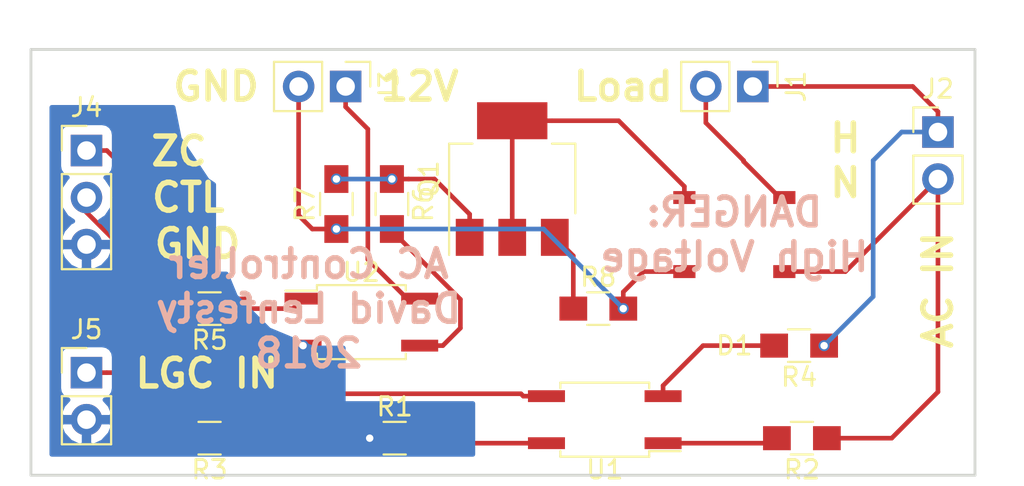
<source format=kicad_pcb>
(kicad_pcb (version 4) (host pcbnew 4.0.7)

  (general
    (links 26)
    (no_connects 0)
    (area 123.452381 82.45238 190.54762 120.625)
    (thickness 1.6)
    (drawings 15)
    (tracks 81)
    (zones 0)
    (modules 17)
    (nets 18)
  )

  (page A4)
  (layers
    (0 F.Cu signal)
    (31 B.Cu signal)
    (32 B.Adhes user)
    (33 F.Adhes user)
    (34 B.Paste user)
    (35 F.Paste user)
    (36 B.SilkS user)
    (37 F.SilkS user)
    (38 B.Mask user)
    (39 F.Mask user)
    (40 Dwgs.User user)
    (41 Cmts.User user)
    (42 Eco1.User user)
    (43 Eco2.User user)
    (44 Edge.Cuts user)
    (45 Margin user)
    (46 B.CrtYd user)
    (47 F.CrtYd user)
    (48 B.Fab user)
    (49 F.Fab user)
  )

  (setup
    (last_trace_width 0.25)
    (trace_clearance 0.2)
    (zone_clearance 0.508)
    (zone_45_only no)
    (trace_min 0.2)
    (segment_width 0.2)
    (edge_width 0.15)
    (via_size 0.6)
    (via_drill 0.4)
    (via_min_size 0.4)
    (via_min_drill 0.3)
    (uvia_size 0.3)
    (uvia_drill 0.1)
    (uvias_allowed no)
    (uvia_min_size 0.2)
    (uvia_min_drill 0.1)
    (pcb_text_width 0.3)
    (pcb_text_size 1.5 1.5)
    (mod_edge_width 0.15)
    (mod_text_size 1 1)
    (mod_text_width 0.15)
    (pad_size 1.524 1.524)
    (pad_drill 0.762)
    (pad_to_mask_clearance 0.2)
    (aux_axis_origin 0 0)
    (visible_elements 7FFFFFFF)
    (pcbplotparams
      (layerselection 0x010f0_80000001)
      (usegerberextensions false)
      (excludeedgelayer true)
      (linewidth 0.100000)
      (plotframeref false)
      (viasonmask false)
      (mode 1)
      (useauxorigin false)
      (hpglpennumber 1)
      (hpglpenspeed 20)
      (hpglpendiameter 15)
      (hpglpenoverlay 2)
      (psnegative false)
      (psa4output false)
      (plotreference true)
      (plotvalue true)
      (plotinvisibletext false)
      (padsonsilk false)
      (subtractmaskfromsilk false)
      (outputformat 1)
      (mirror false)
      (drillshape 0)
      (scaleselection 1)
      (outputdirectory Gerbers/))
  )

  (net 0 "")
  (net 1 "Net-(D1-Pad1)")
  (net 2 "Net-(D1-Pad4)")
  (net 3 +12V)
  (net 4 GNDA)
  (net 5 /Z-Cross)
  (net 6 /IN)
  (net 7 GND)
  (net 8 +LOGIC)
  (net 9 "Net-(Q1-Pad3)")
  (net 10 "Net-(Q1-Pad1)")
  (net 11 "Net-(R1-Pad2)")
  (net 12 "Net-(R2-Pad2)")
  (net 13 "Net-(R4-Pad2)")
  (net 14 "Net-(R5-Pad1)")
  (net 15 "Net-(R6-Pad2)")
  (net 16 /AC-N)
  (net 17 /AC-H)

  (net_class Default "This is the default net class."
    (clearance 0.2)
    (trace_width 0.25)
    (via_dia 0.6)
    (via_drill 0.4)
    (uvia_dia 0.3)
    (uvia_drill 0.1)
    (add_net +12V)
    (add_net +LOGIC)
    (add_net /IN)
    (add_net /Z-Cross)
    (add_net GND)
    (add_net "Net-(Q1-Pad1)")
    (add_net "Net-(Q1-Pad3)")
    (add_net "Net-(R1-Pad2)")
    (add_net "Net-(R5-Pad1)")
    (add_net "Net-(R6-Pad2)")
  )

  (net_class HV ""
    (clearance 6)
    (trace_width 0.25)
    (via_dia 0.6)
    (via_drill 0.4)
    (uvia_dia 0.3)
    (uvia_drill 0.1)
    (add_net /AC-H)
    (add_net /AC-N)
    (add_net GNDA)
    (add_net "Net-(D1-Pad1)")
    (add_net "Net-(D1-Pad4)")
    (add_net "Net-(R2-Pad2)")
    (add_net "Net-(R4-Pad2)")
  )

  (module AC-custom-parts:SOPA-4 (layer F.Cu) (tedit 5AD66DD3) (tstamp 5AD67031)
    (at 169 101)
    (path /5AD65FF1)
    (fp_text reference D1 (at 0 6) (layer F.SilkS)
      (effects (font (size 1 1) (thickness 0.15)))
    )
    (fp_text value D_Bridge_+-AA (at 0 -4) (layer F.Fab)
      (effects (font (size 1 1) (thickness 0.15)))
    )
    (pad 1 smd rect (at -2.7 -2) (size 1.2 0.7) (layers F.Cu F.Paste F.Mask)
      (net 1 "Net-(D1-Pad1)"))
    (pad 2 smd rect (at -2.7 2) (size 1.2 0.7) (layers F.Cu F.Paste F.Mask)
      (net 4 GNDA))
    (pad 3 smd rect (at 2.7 2) (size 1.2 0.7) (layers F.Cu F.Paste F.Mask)
      (net 16 /AC-N))
    (pad 4 smd rect (at 2.7 -2) (size 1.2 0.7) (layers F.Cu F.Paste F.Mask)
      (net 2 "Net-(D1-Pad4)"))
  )

  (module Pin_Headers:Pin_Header_Straight_1x02_Pitch2.54mm (layer F.Cu) (tedit 59650532) (tstamp 5AD67037)
    (at 170 93 270)
    (descr "Through hole straight pin header, 1x02, 2.54mm pitch, single row")
    (tags "Through hole pin header THT 1x02 2.54mm single row")
    (path /5AD66238)
    (fp_text reference J1 (at 0 -2.33 270) (layer F.SilkS)
      (effects (font (size 1 1) (thickness 0.15)))
    )
    (fp_text value Conn_01x02 (at 0 4.87 270) (layer F.Fab)
      (effects (font (size 1 1) (thickness 0.15)))
    )
    (fp_line (start -0.635 -1.27) (end 1.27 -1.27) (layer F.Fab) (width 0.1))
    (fp_line (start 1.27 -1.27) (end 1.27 3.81) (layer F.Fab) (width 0.1))
    (fp_line (start 1.27 3.81) (end -1.27 3.81) (layer F.Fab) (width 0.1))
    (fp_line (start -1.27 3.81) (end -1.27 -0.635) (layer F.Fab) (width 0.1))
    (fp_line (start -1.27 -0.635) (end -0.635 -1.27) (layer F.Fab) (width 0.1))
    (fp_line (start -1.33 3.87) (end 1.33 3.87) (layer F.SilkS) (width 0.12))
    (fp_line (start -1.33 1.27) (end -1.33 3.87) (layer F.SilkS) (width 0.12))
    (fp_line (start 1.33 1.27) (end 1.33 3.87) (layer F.SilkS) (width 0.12))
    (fp_line (start -1.33 1.27) (end 1.33 1.27) (layer F.SilkS) (width 0.12))
    (fp_line (start -1.33 0) (end -1.33 -1.33) (layer F.SilkS) (width 0.12))
    (fp_line (start -1.33 -1.33) (end 0 -1.33) (layer F.SilkS) (width 0.12))
    (fp_line (start -1.8 -1.8) (end -1.8 4.35) (layer F.CrtYd) (width 0.05))
    (fp_line (start -1.8 4.35) (end 1.8 4.35) (layer F.CrtYd) (width 0.05))
    (fp_line (start 1.8 4.35) (end 1.8 -1.8) (layer F.CrtYd) (width 0.05))
    (fp_line (start 1.8 -1.8) (end -1.8 -1.8) (layer F.CrtYd) (width 0.05))
    (fp_text user %R (at 0 1.27 360) (layer F.Fab)
      (effects (font (size 1 1) (thickness 0.15)))
    )
    (pad 1 thru_hole rect (at 0 0 270) (size 1.7 1.7) (drill 1) (layers *.Cu *.Mask)
      (net 17 /AC-H))
    (pad 2 thru_hole oval (at 0 2.54 270) (size 1.7 1.7) (drill 1) (layers *.Cu *.Mask)
      (net 2 "Net-(D1-Pad4)"))
    (model ${KISYS3DMOD}/Pin_Headers.3dshapes/Pin_Header_Straight_1x02_Pitch2.54mm.wrl
      (at (xyz 0 0 0))
      (scale (xyz 1 1 1))
      (rotate (xyz 0 0 0))
    )
  )

  (module Pin_Headers:Pin_Header_Straight_1x02_Pitch2.54mm (layer F.Cu) (tedit 59650532) (tstamp 5AD6703D)
    (at 180 95.46)
    (descr "Through hole straight pin header, 1x02, 2.54mm pitch, single row")
    (tags "Through hole pin header THT 1x02 2.54mm single row")
    (path /5AD66086)
    (fp_text reference J2 (at 0 -2.33) (layer F.SilkS)
      (effects (font (size 1 1) (thickness 0.15)))
    )
    (fp_text value Conn_01x02 (at 0 4.87) (layer F.Fab)
      (effects (font (size 1 1) (thickness 0.15)))
    )
    (fp_line (start -0.635 -1.27) (end 1.27 -1.27) (layer F.Fab) (width 0.1))
    (fp_line (start 1.27 -1.27) (end 1.27 3.81) (layer F.Fab) (width 0.1))
    (fp_line (start 1.27 3.81) (end -1.27 3.81) (layer F.Fab) (width 0.1))
    (fp_line (start -1.27 3.81) (end -1.27 -0.635) (layer F.Fab) (width 0.1))
    (fp_line (start -1.27 -0.635) (end -0.635 -1.27) (layer F.Fab) (width 0.1))
    (fp_line (start -1.33 3.87) (end 1.33 3.87) (layer F.SilkS) (width 0.12))
    (fp_line (start -1.33 1.27) (end -1.33 3.87) (layer F.SilkS) (width 0.12))
    (fp_line (start 1.33 1.27) (end 1.33 3.87) (layer F.SilkS) (width 0.12))
    (fp_line (start -1.33 1.27) (end 1.33 1.27) (layer F.SilkS) (width 0.12))
    (fp_line (start -1.33 0) (end -1.33 -1.33) (layer F.SilkS) (width 0.12))
    (fp_line (start -1.33 -1.33) (end 0 -1.33) (layer F.SilkS) (width 0.12))
    (fp_line (start -1.8 -1.8) (end -1.8 4.35) (layer F.CrtYd) (width 0.05))
    (fp_line (start -1.8 4.35) (end 1.8 4.35) (layer F.CrtYd) (width 0.05))
    (fp_line (start 1.8 4.35) (end 1.8 -1.8) (layer F.CrtYd) (width 0.05))
    (fp_line (start 1.8 -1.8) (end -1.8 -1.8) (layer F.CrtYd) (width 0.05))
    (fp_text user %R (at 0 1.27 90) (layer F.Fab)
      (effects (font (size 1 1) (thickness 0.15)))
    )
    (pad 1 thru_hole rect (at 0 0) (size 1.7 1.7) (drill 1) (layers *.Cu *.Mask)
      (net 17 /AC-H))
    (pad 2 thru_hole oval (at 0 2.54) (size 1.7 1.7) (drill 1) (layers *.Cu *.Mask)
      (net 16 /AC-N))
    (model ${KISYS3DMOD}/Pin_Headers.3dshapes/Pin_Header_Straight_1x02_Pitch2.54mm.wrl
      (at (xyz 0 0 0))
      (scale (xyz 1 1 1))
      (rotate (xyz 0 0 0))
    )
  )

  (module Pin_Headers:Pin_Header_Straight_1x02_Pitch2.54mm (layer F.Cu) (tedit 59650532) (tstamp 5AD67043)
    (at 148 93 270)
    (descr "Through hole straight pin header, 1x02, 2.54mm pitch, single row")
    (tags "Through hole pin header THT 1x02 2.54mm single row")
    (path /5AD6712E)
    (fp_text reference J3 (at 0 -2.33 270) (layer F.SilkS)
      (effects (font (size 1 1) (thickness 0.15)))
    )
    (fp_text value Conn_01x02 (at 0 4.87 270) (layer F.Fab)
      (effects (font (size 1 1) (thickness 0.15)))
    )
    (fp_line (start -0.635 -1.27) (end 1.27 -1.27) (layer F.Fab) (width 0.1))
    (fp_line (start 1.27 -1.27) (end 1.27 3.81) (layer F.Fab) (width 0.1))
    (fp_line (start 1.27 3.81) (end -1.27 3.81) (layer F.Fab) (width 0.1))
    (fp_line (start -1.27 3.81) (end -1.27 -0.635) (layer F.Fab) (width 0.1))
    (fp_line (start -1.27 -0.635) (end -0.635 -1.27) (layer F.Fab) (width 0.1))
    (fp_line (start -1.33 3.87) (end 1.33 3.87) (layer F.SilkS) (width 0.12))
    (fp_line (start -1.33 1.27) (end -1.33 3.87) (layer F.SilkS) (width 0.12))
    (fp_line (start 1.33 1.27) (end 1.33 3.87) (layer F.SilkS) (width 0.12))
    (fp_line (start -1.33 1.27) (end 1.33 1.27) (layer F.SilkS) (width 0.12))
    (fp_line (start -1.33 0) (end -1.33 -1.33) (layer F.SilkS) (width 0.12))
    (fp_line (start -1.33 -1.33) (end 0 -1.33) (layer F.SilkS) (width 0.12))
    (fp_line (start -1.8 -1.8) (end -1.8 4.35) (layer F.CrtYd) (width 0.05))
    (fp_line (start -1.8 4.35) (end 1.8 4.35) (layer F.CrtYd) (width 0.05))
    (fp_line (start 1.8 4.35) (end 1.8 -1.8) (layer F.CrtYd) (width 0.05))
    (fp_line (start 1.8 -1.8) (end -1.8 -1.8) (layer F.CrtYd) (width 0.05))
    (fp_text user %R (at 0 1.27 360) (layer F.Fab)
      (effects (font (size 1 1) (thickness 0.15)))
    )
    (pad 1 thru_hole rect (at 0 0 270) (size 1.7 1.7) (drill 1) (layers *.Cu *.Mask)
      (net 3 +12V))
    (pad 2 thru_hole oval (at 0 2.54 270) (size 1.7 1.7) (drill 1) (layers *.Cu *.Mask)
      (net 4 GNDA))
    (model ${KISYS3DMOD}/Pin_Headers.3dshapes/Pin_Header_Straight_1x02_Pitch2.54mm.wrl
      (at (xyz 0 0 0))
      (scale (xyz 1 1 1))
      (rotate (xyz 0 0 0))
    )
  )

  (module Pin_Headers:Pin_Header_Straight_1x03_Pitch2.54mm (layer F.Cu) (tedit 59650532) (tstamp 5AD6704A)
    (at 134 96.46)
    (descr "Through hole straight pin header, 1x03, 2.54mm pitch, single row")
    (tags "Through hole pin header THT 1x03 2.54mm single row")
    (path /5AD665C2)
    (fp_text reference J4 (at 0 -2.33) (layer F.SilkS)
      (effects (font (size 1 1) (thickness 0.15)))
    )
    (fp_text value Conn_01x03 (at 0 7.41) (layer F.Fab)
      (effects (font (size 1 1) (thickness 0.15)))
    )
    (fp_line (start -0.635 -1.27) (end 1.27 -1.27) (layer F.Fab) (width 0.1))
    (fp_line (start 1.27 -1.27) (end 1.27 6.35) (layer F.Fab) (width 0.1))
    (fp_line (start 1.27 6.35) (end -1.27 6.35) (layer F.Fab) (width 0.1))
    (fp_line (start -1.27 6.35) (end -1.27 -0.635) (layer F.Fab) (width 0.1))
    (fp_line (start -1.27 -0.635) (end -0.635 -1.27) (layer F.Fab) (width 0.1))
    (fp_line (start -1.33 6.41) (end 1.33 6.41) (layer F.SilkS) (width 0.12))
    (fp_line (start -1.33 1.27) (end -1.33 6.41) (layer F.SilkS) (width 0.12))
    (fp_line (start 1.33 1.27) (end 1.33 6.41) (layer F.SilkS) (width 0.12))
    (fp_line (start -1.33 1.27) (end 1.33 1.27) (layer F.SilkS) (width 0.12))
    (fp_line (start -1.33 0) (end -1.33 -1.33) (layer F.SilkS) (width 0.12))
    (fp_line (start -1.33 -1.33) (end 0 -1.33) (layer F.SilkS) (width 0.12))
    (fp_line (start -1.8 -1.8) (end -1.8 6.85) (layer F.CrtYd) (width 0.05))
    (fp_line (start -1.8 6.85) (end 1.8 6.85) (layer F.CrtYd) (width 0.05))
    (fp_line (start 1.8 6.85) (end 1.8 -1.8) (layer F.CrtYd) (width 0.05))
    (fp_line (start 1.8 -1.8) (end -1.8 -1.8) (layer F.CrtYd) (width 0.05))
    (fp_text user %R (at 0 2.54 90) (layer F.Fab)
      (effects (font (size 1 1) (thickness 0.15)))
    )
    (pad 1 thru_hole rect (at 0 0) (size 1.7 1.7) (drill 1) (layers *.Cu *.Mask)
      (net 5 /Z-Cross))
    (pad 2 thru_hole oval (at 0 2.54) (size 1.7 1.7) (drill 1) (layers *.Cu *.Mask)
      (net 6 /IN))
    (pad 3 thru_hole oval (at 0 5.08) (size 1.7 1.7) (drill 1) (layers *.Cu *.Mask)
      (net 7 GND))
    (model ${KISYS3DMOD}/Pin_Headers.3dshapes/Pin_Header_Straight_1x03_Pitch2.54mm.wrl
      (at (xyz 0 0 0))
      (scale (xyz 1 1 1))
      (rotate (xyz 0 0 0))
    )
  )

  (module Pin_Headers:Pin_Header_Straight_1x02_Pitch2.54mm (layer F.Cu) (tedit 59650532) (tstamp 5AD67050)
    (at 134 108.46)
    (descr "Through hole straight pin header, 1x02, 2.54mm pitch, single row")
    (tags "Through hole pin header THT 1x02 2.54mm single row")
    (path /5AD6719E)
    (fp_text reference J5 (at 0 -2.33) (layer F.SilkS)
      (effects (font (size 1 1) (thickness 0.15)))
    )
    (fp_text value Conn_01x02 (at 0 4.87) (layer F.Fab)
      (effects (font (size 1 1) (thickness 0.15)))
    )
    (fp_line (start -0.635 -1.27) (end 1.27 -1.27) (layer F.Fab) (width 0.1))
    (fp_line (start 1.27 -1.27) (end 1.27 3.81) (layer F.Fab) (width 0.1))
    (fp_line (start 1.27 3.81) (end -1.27 3.81) (layer F.Fab) (width 0.1))
    (fp_line (start -1.27 3.81) (end -1.27 -0.635) (layer F.Fab) (width 0.1))
    (fp_line (start -1.27 -0.635) (end -0.635 -1.27) (layer F.Fab) (width 0.1))
    (fp_line (start -1.33 3.87) (end 1.33 3.87) (layer F.SilkS) (width 0.12))
    (fp_line (start -1.33 1.27) (end -1.33 3.87) (layer F.SilkS) (width 0.12))
    (fp_line (start 1.33 1.27) (end 1.33 3.87) (layer F.SilkS) (width 0.12))
    (fp_line (start -1.33 1.27) (end 1.33 1.27) (layer F.SilkS) (width 0.12))
    (fp_line (start -1.33 0) (end -1.33 -1.33) (layer F.SilkS) (width 0.12))
    (fp_line (start -1.33 -1.33) (end 0 -1.33) (layer F.SilkS) (width 0.12))
    (fp_line (start -1.8 -1.8) (end -1.8 4.35) (layer F.CrtYd) (width 0.05))
    (fp_line (start -1.8 4.35) (end 1.8 4.35) (layer F.CrtYd) (width 0.05))
    (fp_line (start 1.8 4.35) (end 1.8 -1.8) (layer F.CrtYd) (width 0.05))
    (fp_line (start 1.8 -1.8) (end -1.8 -1.8) (layer F.CrtYd) (width 0.05))
    (fp_text user %R (at 0 1.27 90) (layer F.Fab)
      (effects (font (size 1 1) (thickness 0.15)))
    )
    (pad 1 thru_hole rect (at 0 0) (size 1.7 1.7) (drill 1) (layers *.Cu *.Mask)
      (net 8 +LOGIC))
    (pad 2 thru_hole oval (at 0 2.54) (size 1.7 1.7) (drill 1) (layers *.Cu *.Mask)
      (net 7 GND))
    (model ${KISYS3DMOD}/Pin_Headers.3dshapes/Pin_Header_Straight_1x02_Pitch2.54mm.wrl
      (at (xyz 0 0 0))
      (scale (xyz 1 1 1))
      (rotate (xyz 0 0 0))
    )
  )

  (module TO_SOT_Packages_SMD:SOT-223 (layer F.Cu) (tedit 58CE4E7E) (tstamp 5AD67058)
    (at 157 98 90)
    (descr "module CMS SOT223 4 pins")
    (tags "CMS SOT")
    (path /5AD65F57)
    (attr smd)
    (fp_text reference Q1 (at 0 -4.5 90) (layer F.SilkS)
      (effects (font (size 1 1) (thickness 0.15)))
    )
    (fp_text value Q_NMOS_GDSD (at 0 4.5 90) (layer F.Fab)
      (effects (font (size 1 1) (thickness 0.15)))
    )
    (fp_text user %R (at 0 0 180) (layer F.Fab)
      (effects (font (size 0.8 0.8) (thickness 0.12)))
    )
    (fp_line (start -1.85 -2.3) (end -0.8 -3.35) (layer F.Fab) (width 0.1))
    (fp_line (start 1.91 3.41) (end 1.91 2.15) (layer F.SilkS) (width 0.12))
    (fp_line (start 1.91 -3.41) (end 1.91 -2.15) (layer F.SilkS) (width 0.12))
    (fp_line (start 4.4 -3.6) (end -4.4 -3.6) (layer F.CrtYd) (width 0.05))
    (fp_line (start 4.4 3.6) (end 4.4 -3.6) (layer F.CrtYd) (width 0.05))
    (fp_line (start -4.4 3.6) (end 4.4 3.6) (layer F.CrtYd) (width 0.05))
    (fp_line (start -4.4 -3.6) (end -4.4 3.6) (layer F.CrtYd) (width 0.05))
    (fp_line (start -1.85 -2.3) (end -1.85 3.35) (layer F.Fab) (width 0.1))
    (fp_line (start -1.85 3.41) (end 1.91 3.41) (layer F.SilkS) (width 0.12))
    (fp_line (start -0.8 -3.35) (end 1.85 -3.35) (layer F.Fab) (width 0.1))
    (fp_line (start -4.1 -3.41) (end 1.91 -3.41) (layer F.SilkS) (width 0.12))
    (fp_line (start -1.85 3.35) (end 1.85 3.35) (layer F.Fab) (width 0.1))
    (fp_line (start 1.85 -3.35) (end 1.85 3.35) (layer F.Fab) (width 0.1))
    (pad 4 smd rect (at 3.15 0 90) (size 2 3.8) (layers F.Cu F.Paste F.Mask)
      (net 1 "Net-(D1-Pad1)"))
    (pad 2 smd rect (at -3.15 0 90) (size 2 1.5) (layers F.Cu F.Paste F.Mask)
      (net 1 "Net-(D1-Pad1)"))
    (pad 3 smd rect (at -3.15 2.3 90) (size 2 1.5) (layers F.Cu F.Paste F.Mask)
      (net 9 "Net-(Q1-Pad3)"))
    (pad 1 smd rect (at -3.15 -2.3 90) (size 2 1.5) (layers F.Cu F.Paste F.Mask)
      (net 10 "Net-(Q1-Pad1)"))
    (model ${KISYS3DMOD}/TO_SOT_Packages_SMD.3dshapes/SOT-223.wrl
      (at (xyz 0 0 0))
      (scale (xyz 1 1 1))
      (rotate (xyz 0 0 0))
    )
  )

  (module Resistors_SMD:R_0805_HandSoldering (layer F.Cu) (tedit 58E0A804) (tstamp 5AD6705E)
    (at 150.65 112)
    (descr "Resistor SMD 0805, hand soldering")
    (tags "resistor 0805")
    (path /5AD66C65)
    (attr smd)
    (fp_text reference R1 (at 0 -1.7) (layer F.SilkS)
      (effects (font (size 1 1) (thickness 0.15)))
    )
    (fp_text value 1K (at 0 1.75) (layer F.Fab)
      (effects (font (size 1 1) (thickness 0.15)))
    )
    (fp_text user %R (at 0 0) (layer F.Fab)
      (effects (font (size 0.5 0.5) (thickness 0.075)))
    )
    (fp_line (start -1 0.62) (end -1 -0.62) (layer F.Fab) (width 0.1))
    (fp_line (start 1 0.62) (end -1 0.62) (layer F.Fab) (width 0.1))
    (fp_line (start 1 -0.62) (end 1 0.62) (layer F.Fab) (width 0.1))
    (fp_line (start -1 -0.62) (end 1 -0.62) (layer F.Fab) (width 0.1))
    (fp_line (start 0.6 0.88) (end -0.6 0.88) (layer F.SilkS) (width 0.12))
    (fp_line (start -0.6 -0.88) (end 0.6 -0.88) (layer F.SilkS) (width 0.12))
    (fp_line (start -2.35 -0.9) (end 2.35 -0.9) (layer F.CrtYd) (width 0.05))
    (fp_line (start -2.35 -0.9) (end -2.35 0.9) (layer F.CrtYd) (width 0.05))
    (fp_line (start 2.35 0.9) (end 2.35 -0.9) (layer F.CrtYd) (width 0.05))
    (fp_line (start 2.35 0.9) (end -2.35 0.9) (layer F.CrtYd) (width 0.05))
    (pad 1 smd rect (at -1.35 0) (size 1.5 1.3) (layers F.Cu F.Paste F.Mask)
      (net 7 GND))
    (pad 2 smd rect (at 1.35 0) (size 1.5 1.3) (layers F.Cu F.Paste F.Mask)
      (net 11 "Net-(R1-Pad2)"))
    (model ${KISYS3DMOD}/Resistors_SMD.3dshapes/R_0805.wrl
      (at (xyz 0 0 0))
      (scale (xyz 1 1 1))
      (rotate (xyz 0 0 0))
    )
  )

  (module Resistors_SMD:R_0805_HandSoldering (layer F.Cu) (tedit 58E0A804) (tstamp 5AD67064)
    (at 172.65 112 180)
    (descr "Resistor SMD 0805, hand soldering")
    (tags "resistor 0805")
    (path /5AD67703)
    (attr smd)
    (fp_text reference R2 (at 0 -1.7 180) (layer F.SilkS)
      (effects (font (size 1 1) (thickness 0.15)))
    )
    (fp_text value 220K (at 0 1.75 180) (layer F.Fab)
      (effects (font (size 1 1) (thickness 0.15)))
    )
    (fp_text user %R (at 0 0 180) (layer F.Fab)
      (effects (font (size 0.5 0.5) (thickness 0.075)))
    )
    (fp_line (start -1 0.62) (end -1 -0.62) (layer F.Fab) (width 0.1))
    (fp_line (start 1 0.62) (end -1 0.62) (layer F.Fab) (width 0.1))
    (fp_line (start 1 -0.62) (end 1 0.62) (layer F.Fab) (width 0.1))
    (fp_line (start -1 -0.62) (end 1 -0.62) (layer F.Fab) (width 0.1))
    (fp_line (start 0.6 0.88) (end -0.6 0.88) (layer F.SilkS) (width 0.12))
    (fp_line (start -0.6 -0.88) (end 0.6 -0.88) (layer F.SilkS) (width 0.12))
    (fp_line (start -2.35 -0.9) (end 2.35 -0.9) (layer F.CrtYd) (width 0.05))
    (fp_line (start -2.35 -0.9) (end -2.35 0.9) (layer F.CrtYd) (width 0.05))
    (fp_line (start 2.35 0.9) (end 2.35 -0.9) (layer F.CrtYd) (width 0.05))
    (fp_line (start 2.35 0.9) (end -2.35 0.9) (layer F.CrtYd) (width 0.05))
    (pad 1 smd rect (at -1.35 0 180) (size 1.5 1.3) (layers F.Cu F.Paste F.Mask)
      (net 16 /AC-N))
    (pad 2 smd rect (at 1.35 0 180) (size 1.5 1.3) (layers F.Cu F.Paste F.Mask)
      (net 12 "Net-(R2-Pad2)"))
    (model ${KISYS3DMOD}/Resistors_SMD.3dshapes/R_0805.wrl
      (at (xyz 0 0 0))
      (scale (xyz 1 1 1))
      (rotate (xyz 0 0 0))
    )
  )

  (module Resistors_SMD:R_0805_HandSoldering (layer F.Cu) (tedit 58E0A804) (tstamp 5AD6706A)
    (at 140.65 112 180)
    (descr "Resistor SMD 0805, hand soldering")
    (tags "resistor 0805")
    (path /5AD66D32)
    (attr smd)
    (fp_text reference R3 (at 0 -1.7 180) (layer F.SilkS)
      (effects (font (size 1 1) (thickness 0.15)))
    )
    (fp_text value 10K (at 0 1.75 180) (layer F.Fab)
      (effects (font (size 1 1) (thickness 0.15)))
    )
    (fp_text user %R (at 0 0 180) (layer F.Fab)
      (effects (font (size 0.5 0.5) (thickness 0.075)))
    )
    (fp_line (start -1 0.62) (end -1 -0.62) (layer F.Fab) (width 0.1))
    (fp_line (start 1 0.62) (end -1 0.62) (layer F.Fab) (width 0.1))
    (fp_line (start 1 -0.62) (end 1 0.62) (layer F.Fab) (width 0.1))
    (fp_line (start -1 -0.62) (end 1 -0.62) (layer F.Fab) (width 0.1))
    (fp_line (start 0.6 0.88) (end -0.6 0.88) (layer F.SilkS) (width 0.12))
    (fp_line (start -0.6 -0.88) (end 0.6 -0.88) (layer F.SilkS) (width 0.12))
    (fp_line (start -2.35 -0.9) (end 2.35 -0.9) (layer F.CrtYd) (width 0.05))
    (fp_line (start -2.35 -0.9) (end -2.35 0.9) (layer F.CrtYd) (width 0.05))
    (fp_line (start 2.35 0.9) (end 2.35 -0.9) (layer F.CrtYd) (width 0.05))
    (fp_line (start 2.35 0.9) (end -2.35 0.9) (layer F.CrtYd) (width 0.05))
    (pad 1 smd rect (at -1.35 0 180) (size 1.5 1.3) (layers F.Cu F.Paste F.Mask)
      (net 5 /Z-Cross))
    (pad 2 smd rect (at 1.35 0 180) (size 1.5 1.3) (layers F.Cu F.Paste F.Mask)
      (net 8 +LOGIC))
    (model ${KISYS3DMOD}/Resistors_SMD.3dshapes/R_0805.wrl
      (at (xyz 0 0 0))
      (scale (xyz 1 1 1))
      (rotate (xyz 0 0 0))
    )
  )

  (module Resistors_SMD:R_0805_HandSoldering (layer F.Cu) (tedit 58E0A804) (tstamp 5AD67070)
    (at 172.5 107 180)
    (descr "Resistor SMD 0805, hand soldering")
    (tags "resistor 0805")
    (path /5AD677FE)
    (attr smd)
    (fp_text reference R4 (at 0 -1.7 180) (layer F.SilkS)
      (effects (font (size 1 1) (thickness 0.15)))
    )
    (fp_text value 220K (at 0 1.75 180) (layer F.Fab)
      (effects (font (size 1 1) (thickness 0.15)))
    )
    (fp_text user %R (at 0 0 180) (layer F.Fab)
      (effects (font (size 0.5 0.5) (thickness 0.075)))
    )
    (fp_line (start -1 0.62) (end -1 -0.62) (layer F.Fab) (width 0.1))
    (fp_line (start 1 0.62) (end -1 0.62) (layer F.Fab) (width 0.1))
    (fp_line (start 1 -0.62) (end 1 0.62) (layer F.Fab) (width 0.1))
    (fp_line (start -1 -0.62) (end 1 -0.62) (layer F.Fab) (width 0.1))
    (fp_line (start 0.6 0.88) (end -0.6 0.88) (layer F.SilkS) (width 0.12))
    (fp_line (start -0.6 -0.88) (end 0.6 -0.88) (layer F.SilkS) (width 0.12))
    (fp_line (start -2.35 -0.9) (end 2.35 -0.9) (layer F.CrtYd) (width 0.05))
    (fp_line (start -2.35 -0.9) (end -2.35 0.9) (layer F.CrtYd) (width 0.05))
    (fp_line (start 2.35 0.9) (end 2.35 -0.9) (layer F.CrtYd) (width 0.05))
    (fp_line (start 2.35 0.9) (end -2.35 0.9) (layer F.CrtYd) (width 0.05))
    (pad 1 smd rect (at -1.35 0 180) (size 1.5 1.3) (layers F.Cu F.Paste F.Mask)
      (net 17 /AC-H))
    (pad 2 smd rect (at 1.35 0 180) (size 1.5 1.3) (layers F.Cu F.Paste F.Mask)
      (net 13 "Net-(R4-Pad2)"))
    (model ${KISYS3DMOD}/Resistors_SMD.3dshapes/R_0805.wrl
      (at (xyz 0 0 0))
      (scale (xyz 1 1 1))
      (rotate (xyz 0 0 0))
    )
  )

  (module Resistors_SMD:R_0805_HandSoldering (layer F.Cu) (tedit 58E0A804) (tstamp 5AD67076)
    (at 140.65 105 180)
    (descr "Resistor SMD 0805, hand soldering")
    (tags "resistor 0805")
    (path /5AD67A43)
    (attr smd)
    (fp_text reference R5 (at 0 -1.7 180) (layer F.SilkS)
      (effects (font (size 1 1) (thickness 0.15)))
    )
    (fp_text value 1K (at 0 1.75 180) (layer F.Fab)
      (effects (font (size 1 1) (thickness 0.15)))
    )
    (fp_text user %R (at 0 0 180) (layer F.Fab)
      (effects (font (size 0.5 0.5) (thickness 0.075)))
    )
    (fp_line (start -1 0.62) (end -1 -0.62) (layer F.Fab) (width 0.1))
    (fp_line (start 1 0.62) (end -1 0.62) (layer F.Fab) (width 0.1))
    (fp_line (start 1 -0.62) (end 1 0.62) (layer F.Fab) (width 0.1))
    (fp_line (start -1 -0.62) (end 1 -0.62) (layer F.Fab) (width 0.1))
    (fp_line (start 0.6 0.88) (end -0.6 0.88) (layer F.SilkS) (width 0.12))
    (fp_line (start -0.6 -0.88) (end 0.6 -0.88) (layer F.SilkS) (width 0.12))
    (fp_line (start -2.35 -0.9) (end 2.35 -0.9) (layer F.CrtYd) (width 0.05))
    (fp_line (start -2.35 -0.9) (end -2.35 0.9) (layer F.CrtYd) (width 0.05))
    (fp_line (start 2.35 0.9) (end 2.35 -0.9) (layer F.CrtYd) (width 0.05))
    (fp_line (start 2.35 0.9) (end -2.35 0.9) (layer F.CrtYd) (width 0.05))
    (pad 1 smd rect (at -1.35 0 180) (size 1.5 1.3) (layers F.Cu F.Paste F.Mask)
      (net 14 "Net-(R5-Pad1)"))
    (pad 2 smd rect (at 1.35 0 180) (size 1.5 1.3) (layers F.Cu F.Paste F.Mask)
      (net 6 /IN))
    (model ${KISYS3DMOD}/Resistors_SMD.3dshapes/R_0805.wrl
      (at (xyz 0 0 0))
      (scale (xyz 1 1 1))
      (rotate (xyz 0 0 0))
    )
  )

  (module Resistors_SMD:R_0805_HandSoldering (layer F.Cu) (tedit 58E0A804) (tstamp 5AD6707C)
    (at 150.5 99.35 270)
    (descr "Resistor SMD 0805, hand soldering")
    (tags "resistor 0805")
    (path /5AD66770)
    (attr smd)
    (fp_text reference R6 (at 0 -1.7 270) (layer F.SilkS)
      (effects (font (size 1 1) (thickness 0.15)))
    )
    (fp_text value 1K (at -3.35 -0.5 270) (layer F.Fab)
      (effects (font (size 1 1) (thickness 0.15)))
    )
    (fp_text user %R (at 0 0 270) (layer F.Fab)
      (effects (font (size 0.5 0.5) (thickness 0.075)))
    )
    (fp_line (start -1 0.62) (end -1 -0.62) (layer F.Fab) (width 0.1))
    (fp_line (start 1 0.62) (end -1 0.62) (layer F.Fab) (width 0.1))
    (fp_line (start 1 -0.62) (end 1 0.62) (layer F.Fab) (width 0.1))
    (fp_line (start -1 -0.62) (end 1 -0.62) (layer F.Fab) (width 0.1))
    (fp_line (start 0.6 0.88) (end -0.6 0.88) (layer F.SilkS) (width 0.12))
    (fp_line (start -0.6 -0.88) (end 0.6 -0.88) (layer F.SilkS) (width 0.12))
    (fp_line (start -2.35 -0.9) (end 2.35 -0.9) (layer F.CrtYd) (width 0.05))
    (fp_line (start -2.35 -0.9) (end -2.35 0.9) (layer F.CrtYd) (width 0.05))
    (fp_line (start 2.35 0.9) (end 2.35 -0.9) (layer F.CrtYd) (width 0.05))
    (fp_line (start 2.35 0.9) (end -2.35 0.9) (layer F.CrtYd) (width 0.05))
    (pad 1 smd rect (at -1.35 0 270) (size 1.5 1.3) (layers F.Cu F.Paste F.Mask)
      (net 10 "Net-(Q1-Pad1)"))
    (pad 2 smd rect (at 1.35 0 270) (size 1.5 1.3) (layers F.Cu F.Paste F.Mask)
      (net 15 "Net-(R6-Pad2)"))
    (model ${KISYS3DMOD}/Resistors_SMD.3dshapes/R_0805.wrl
      (at (xyz 0 0 0))
      (scale (xyz 1 1 1))
      (rotate (xyz 0 0 0))
    )
  )

  (module Resistors_SMD:R_0805_HandSoldering (layer F.Cu) (tedit 58E0A804) (tstamp 5AD67082)
    (at 147.5 99.35 90)
    (descr "Resistor SMD 0805, hand soldering")
    (tags "resistor 0805")
    (path /5AD667B6)
    (attr smd)
    (fp_text reference R7 (at 0 -1.7 90) (layer F.SilkS)
      (effects (font (size 1 1) (thickness 0.15)))
    )
    (fp_text value 10K (at 3.35 0.5 90) (layer F.Fab)
      (effects (font (size 1 1) (thickness 0.15)))
    )
    (fp_text user %R (at 0 0 90) (layer F.Fab)
      (effects (font (size 0.5 0.5) (thickness 0.075)))
    )
    (fp_line (start -1 0.62) (end -1 -0.62) (layer F.Fab) (width 0.1))
    (fp_line (start 1 0.62) (end -1 0.62) (layer F.Fab) (width 0.1))
    (fp_line (start 1 -0.62) (end 1 0.62) (layer F.Fab) (width 0.1))
    (fp_line (start -1 -0.62) (end 1 -0.62) (layer F.Fab) (width 0.1))
    (fp_line (start 0.6 0.88) (end -0.6 0.88) (layer F.SilkS) (width 0.12))
    (fp_line (start -0.6 -0.88) (end 0.6 -0.88) (layer F.SilkS) (width 0.12))
    (fp_line (start -2.35 -0.9) (end 2.35 -0.9) (layer F.CrtYd) (width 0.05))
    (fp_line (start -2.35 -0.9) (end -2.35 0.9) (layer F.CrtYd) (width 0.05))
    (fp_line (start 2.35 0.9) (end 2.35 -0.9) (layer F.CrtYd) (width 0.05))
    (fp_line (start 2.35 0.9) (end -2.35 0.9) (layer F.CrtYd) (width 0.05))
    (pad 1 smd rect (at -1.35 0 90) (size 1.5 1.3) (layers F.Cu F.Paste F.Mask)
      (net 4 GNDA))
    (pad 2 smd rect (at 1.35 0 90) (size 1.5 1.3) (layers F.Cu F.Paste F.Mask)
      (net 10 "Net-(Q1-Pad1)"))
    (model ${KISYS3DMOD}/Resistors_SMD.3dshapes/R_0805.wrl
      (at (xyz 0 0 0))
      (scale (xyz 1 1 1))
      (rotate (xyz 0 0 0))
    )
  )

  (module Resistors_SMD:R_0805_HandSoldering (layer F.Cu) (tedit 58E0A804) (tstamp 5AD67088)
    (at 161.65 105)
    (descr "Resistor SMD 0805, hand soldering")
    (tags "resistor 0805")
    (path /5AD66338)
    (attr smd)
    (fp_text reference R8 (at 0 -1.7) (layer F.SilkS)
      (effects (font (size 1 1) (thickness 0.15)))
    )
    (fp_text value 0R01 (at 0 1.75) (layer F.Fab)
      (effects (font (size 1 1) (thickness 0.15)))
    )
    (fp_text user %R (at 0 0) (layer F.Fab)
      (effects (font (size 0.5 0.5) (thickness 0.075)))
    )
    (fp_line (start -1 0.62) (end -1 -0.62) (layer F.Fab) (width 0.1))
    (fp_line (start 1 0.62) (end -1 0.62) (layer F.Fab) (width 0.1))
    (fp_line (start 1 -0.62) (end 1 0.62) (layer F.Fab) (width 0.1))
    (fp_line (start -1 -0.62) (end 1 -0.62) (layer F.Fab) (width 0.1))
    (fp_line (start 0.6 0.88) (end -0.6 0.88) (layer F.SilkS) (width 0.12))
    (fp_line (start -0.6 -0.88) (end 0.6 -0.88) (layer F.SilkS) (width 0.12))
    (fp_line (start -2.35 -0.9) (end 2.35 -0.9) (layer F.CrtYd) (width 0.05))
    (fp_line (start -2.35 -0.9) (end -2.35 0.9) (layer F.CrtYd) (width 0.05))
    (fp_line (start 2.35 0.9) (end 2.35 -0.9) (layer F.CrtYd) (width 0.05))
    (fp_line (start 2.35 0.9) (end -2.35 0.9) (layer F.CrtYd) (width 0.05))
    (pad 1 smd rect (at -1.35 0) (size 1.5 1.3) (layers F.Cu F.Paste F.Mask)
      (net 9 "Net-(Q1-Pad3)"))
    (pad 2 smd rect (at 1.35 0) (size 1.5 1.3) (layers F.Cu F.Paste F.Mask)
      (net 4 GNDA))
    (model ${KISYS3DMOD}/Resistors_SMD.3dshapes/R_0805.wrl
      (at (xyz 0 0 0))
      (scale (xyz 1 1 1))
      (rotate (xyz 0 0 0))
    )
  )

  (module Housings_SOIC:SO-4_4.4x3.6mm_Pitch2.54mm (layer F.Cu) (tedit 591B44BA) (tstamp 5AD67090)
    (at 162 111 180)
    (descr "4-Lead Plastic Small Outline (SO), see https://www.elpro.org/de/index.php?controller=attachment&id_attachment=339")
    (tags "SO SOIC 2.54")
    (path /5AD65DB4)
    (attr smd)
    (fp_text reference U1 (at 0 -2.7 180) (layer F.SilkS)
      (effects (font (size 1 1) (thickness 0.15)))
    )
    (fp_text value LTV-354T (at 0 2.8 180) (layer F.Fab)
      (effects (font (size 1 1) (thickness 0.15)))
    )
    (fp_line (start -2.4 -1.7) (end -4.1 -1.7) (layer F.SilkS) (width 0.12))
    (fp_text user %R (at 0 -0.065 180) (layer F.Fab)
      (effects (font (size 1 1) (thickness 0.15)))
    )
    (fp_line (start 2.4 1.7) (end 2.4 2) (layer F.SilkS) (width 0.12))
    (fp_line (start 2.4 2) (end -2.4 2) (layer F.SilkS) (width 0.12))
    (fp_line (start -2.4 2) (end -2.4 1.7) (layer F.SilkS) (width 0.12))
    (fp_line (start -2.4 -1.7) (end -2.4 -2) (layer F.SilkS) (width 0.12))
    (fp_line (start -2.4 -2) (end 2.4 -2) (layer F.SilkS) (width 0.12))
    (fp_line (start 2.4 -2) (end 2.4 -1.7) (layer F.SilkS) (width 0.12))
    (fp_line (start 2.2 -1.8) (end 2.2 1.8) (layer F.Fab) (width 0.12))
    (fp_line (start 2.2 1.8) (end -2.2 1.8) (layer F.Fab) (width 0.12))
    (fp_line (start -2.2 1.8) (end -2.2 -1) (layer F.Fab) (width 0.12))
    (fp_line (start -2.2 -1) (end -1.4 -1.8) (layer F.Fab) (width 0.12))
    (fp_line (start -1.4 -1.8) (end 2.2 -1.8) (layer F.Fab) (width 0.12))
    (fp_line (start -4.4 -2.05) (end 4.4 -2.05) (layer F.CrtYd) (width 0.05))
    (fp_line (start -4.4 -2.05) (end -4.4 2.05) (layer F.CrtYd) (width 0.05))
    (fp_line (start 4.4 2.05) (end 4.4 -2.05) (layer F.CrtYd) (width 0.05))
    (fp_line (start 4.4 2.05) (end -4.4 2.05) (layer F.CrtYd) (width 0.05))
    (pad 1 smd rect (at -3.15 -1.27 180) (size 2 0.64) (layers F.Cu F.Paste F.Mask)
      (net 12 "Net-(R2-Pad2)"))
    (pad 2 smd rect (at -3.15 1.27 180) (size 2 0.64) (layers F.Cu F.Paste F.Mask)
      (net 13 "Net-(R4-Pad2)"))
    (pad 3 smd rect (at 3.15 1.27 180) (size 2 0.64) (layers F.Cu F.Paste F.Mask)
      (net 5 /Z-Cross))
    (pad 4 smd rect (at 3.15 -1.27 180) (size 2 0.64) (layers F.Cu F.Paste F.Mask)
      (net 11 "Net-(R1-Pad2)"))
    (model ${KISYS3DMOD}/Housings_SOIC.3dshapes/SO-4_4.4x3.6mm_Pitch2.54mm.wrl
      (at (xyz 0 0.0005905512 0))
      (scale (xyz 1 1 1))
      (rotate (xyz 0 0 0))
    )
  )

  (module Housings_SOIC:SO-4_4.4x3.6mm_Pitch2.54mm (layer F.Cu) (tedit 591B44BA) (tstamp 5AD67098)
    (at 148.85 105.73)
    (descr "4-Lead Plastic Small Outline (SO), see https://www.elpro.org/de/index.php?controller=attachment&id_attachment=339")
    (tags "SO SOIC 2.54")
    (path /5AD66EF2)
    (attr smd)
    (fp_text reference U2 (at 0 -2.7) (layer F.SilkS)
      (effects (font (size 1 1) (thickness 0.15)))
    )
    (fp_text value LTV-356T (at 0 2.8) (layer F.Fab)
      (effects (font (size 1 1) (thickness 0.15)))
    )
    (fp_line (start -2.4 -1.7) (end -4.1 -1.7) (layer F.SilkS) (width 0.12))
    (fp_text user %R (at 0 -0.065) (layer F.Fab)
      (effects (font (size 1 1) (thickness 0.15)))
    )
    (fp_line (start 2.4 1.7) (end 2.4 2) (layer F.SilkS) (width 0.12))
    (fp_line (start 2.4 2) (end -2.4 2) (layer F.SilkS) (width 0.12))
    (fp_line (start -2.4 2) (end -2.4 1.7) (layer F.SilkS) (width 0.12))
    (fp_line (start -2.4 -1.7) (end -2.4 -2) (layer F.SilkS) (width 0.12))
    (fp_line (start -2.4 -2) (end 2.4 -2) (layer F.SilkS) (width 0.12))
    (fp_line (start 2.4 -2) (end 2.4 -1.7) (layer F.SilkS) (width 0.12))
    (fp_line (start 2.2 -1.8) (end 2.2 1.8) (layer F.Fab) (width 0.12))
    (fp_line (start 2.2 1.8) (end -2.2 1.8) (layer F.Fab) (width 0.12))
    (fp_line (start -2.2 1.8) (end -2.2 -1) (layer F.Fab) (width 0.12))
    (fp_line (start -2.2 -1) (end -1.4 -1.8) (layer F.Fab) (width 0.12))
    (fp_line (start -1.4 -1.8) (end 2.2 -1.8) (layer F.Fab) (width 0.12))
    (fp_line (start -4.4 -2.05) (end 4.4 -2.05) (layer F.CrtYd) (width 0.05))
    (fp_line (start -4.4 -2.05) (end -4.4 2.05) (layer F.CrtYd) (width 0.05))
    (fp_line (start 4.4 2.05) (end 4.4 -2.05) (layer F.CrtYd) (width 0.05))
    (fp_line (start 4.4 2.05) (end -4.4 2.05) (layer F.CrtYd) (width 0.05))
    (pad 1 smd rect (at -3.15 -1.27) (size 2 0.64) (layers F.Cu F.Paste F.Mask)
      (net 14 "Net-(R5-Pad1)"))
    (pad 2 smd rect (at -3.15 1.27) (size 2 0.64) (layers F.Cu F.Paste F.Mask)
      (net 7 GND))
    (pad 3 smd rect (at 3.15 1.27) (size 2 0.64) (layers F.Cu F.Paste F.Mask)
      (net 15 "Net-(R6-Pad2)"))
    (pad 4 smd rect (at 3.15 -1.27) (size 2 0.64) (layers F.Cu F.Paste F.Mask)
      (net 3 +12V))
    (model ${KISYS3DMOD}/Housings_SOIC.3dshapes/SO-4_4.4x3.6mm_Pitch2.54mm.wrl
      (at (xyz 0 0.0005905512 0))
      (scale (xyz 1 1 1))
      (rotate (xyz 0 0 0))
    )
  )

  (gr_text "AC Controller\nDavid Lenfesty\n2018" (at 146 105) (layer B.SilkS)
    (effects (font (size 1.5 1.5) (thickness 0.3)) (justify mirror))
  )
  (gr_text "DANGER:\nHigh Voltage" (at 169 101) (layer B.SilkS)
    (effects (font (size 1.5 1.5) (thickness 0.3)) (justify mirror))
  )
  (gr_text GND (at 141 93) (layer F.SilkS)
    (effects (font (size 1.5 1.5) (thickness 0.3)))
  )
  (gr_text 12V (at 152 93) (layer F.SilkS)
    (effects (font (size 1.5 1.5) (thickness 0.3)))
  )
  (gr_line (start 131 114) (end 131 91) (layer Edge.Cuts) (width 0.15))
  (gr_line (start 182 114) (end 131 114) (layer Edge.Cuts) (width 0.15))
  (gr_line (start 182 91) (end 182 114) (layer Edge.Cuts) (width 0.15))
  (gr_line (start 131 91) (end 182 91) (layer Edge.Cuts) (width 0.15))
  (gr_text "LGC IN" (at 140.5 108.5) (layer F.SilkS)
    (effects (font (size 1.5 1.5) (thickness 0.3)))
  )
  (gr_text GND (at 140 101.5) (layer F.SilkS)
    (effects (font (size 1.5 1.5) (thickness 0.3)))
  )
  (gr_text CTL (at 139.5 99) (layer F.SilkS)
    (effects (font (size 1.5 1.5) (thickness 0.3)))
  )
  (gr_text ZC (at 139 96.5) (layer F.SilkS)
    (effects (font (size 1.5 1.5) (thickness 0.3)))
  )
  (gr_text Load (at 163 93) (layer F.SilkS)
    (effects (font (size 1.5 1.5) (thickness 0.3)))
  )
  (gr_text "H\nN" (at 175 97) (layer F.SilkS)
    (effects (font (size 1.5 1.5) (thickness 0.3)))
  )
  (gr_text "AC IN" (at 180 104 90) (layer F.SilkS)
    (effects (font (size 1.5 1.5) (thickness 0.3)))
  )

  (segment (start 157 101.15) (end 157 99.9) (width 0.25) (layer F.Cu) (net 1))
  (segment (start 157 99.9) (end 157 94.85) (width 0.25) (layer F.Cu) (net 1))
  (segment (start 166.3 99) (end 166.3 98.4) (width 0.25) (layer F.Cu) (net 1))
  (segment (start 166.3 98.4) (end 162.75 94.85) (width 0.25) (layer F.Cu) (net 1))
  (segment (start 162.75 94.85) (end 159.15 94.85) (width 0.25) (layer F.Cu) (net 1))
  (segment (start 159.15 94.85) (end 157 94.85) (width 0.25) (layer F.Cu) (net 1))
  (segment (start 169.5 97) (end 169.5 97.05) (width 0.25) (layer F.Cu) (net 2))
  (segment (start 169.5 97.05) (end 171.45 99) (width 0.25) (layer F.Cu) (net 2))
  (segment (start 171.45 99) (end 171.7 99) (width 0.25) (layer F.Cu) (net 2))
  (segment (start 167.46 94.96) (end 169.5 97) (width 0.25) (layer F.Cu) (net 2))
  (segment (start 167.46 93) (end 167.46 94.96) (width 0.25) (layer F.Cu) (net 2))
  (segment (start 149.2 95.3) (end 149.2 102.34) (width 0.25) (layer F.Cu) (net 3))
  (segment (start 149.2 102.34) (end 151.32 104.46) (width 0.25) (layer F.Cu) (net 3))
  (segment (start 151.32 104.46) (end 152 104.46) (width 0.25) (layer F.Cu) (net 3))
  (segment (start 148 93) (end 148 94.1) (width 0.25) (layer F.Cu) (net 3))
  (segment (start 148 94.1) (end 149.2 95.3) (width 0.25) (layer F.Cu) (net 3))
  (segment (start 147.5 100.7) (end 158.7 100.7) (width 0.25) (layer B.Cu) (net 4))
  (via (at 163 105) (size 0.6) (drill 0.4) (layers F.Cu B.Cu) (net 4))
  (segment (start 158.7 100.7) (end 163 105) (width 0.25) (layer B.Cu) (net 4))
  (via (at 147.5 100.7) (size 0.6) (drill 0.4) (layers F.Cu B.Cu) (net 4))
  (segment (start 166.3 103) (end 164.1 103) (width 0.25) (layer F.Cu) (net 4))
  (segment (start 164.1 103) (end 163 104.1) (width 0.25) (layer F.Cu) (net 4))
  (segment (start 163 104.1) (end 163 105) (width 0.25) (layer F.Cu) (net 4))
  (segment (start 145.46 99.96) (end 146.2 100.7) (width 0.25) (layer F.Cu) (net 4))
  (segment (start 146.2 100.7) (end 147.5 100.7) (width 0.25) (layer F.Cu) (net 4))
  (segment (start 145.46 93) (end 145.46 99.96) (width 0.25) (layer F.Cu) (net 4))
  (segment (start 142 112) (end 141.9 112) (width 0.25) (layer F.Cu) (net 5))
  (segment (start 141.9 112) (end 140.7 110.8) (width 0.25) (layer F.Cu) (net 5))
  (segment (start 140.7 102.06) (end 135.1 96.46) (width 0.25) (layer F.Cu) (net 5))
  (segment (start 140.7 110.8) (end 140.7 102.06) (width 0.25) (layer F.Cu) (net 5))
  (segment (start 135.1 96.46) (end 134 96.46) (width 0.25) (layer F.Cu) (net 5))
  (segment (start 157.47 109.6) (end 145.4 109.6) (width 0.25) (layer F.Cu) (net 5))
  (segment (start 145.4 109.6) (end 143 112) (width 0.25) (layer F.Cu) (net 5))
  (segment (start 143 112) (end 142 112) (width 0.25) (layer F.Cu) (net 5))
  (segment (start 158.85 109.73) (end 157.6 109.73) (width 0.25) (layer F.Cu) (net 5))
  (segment (start 157.6 109.73) (end 157.47 109.6) (width 0.25) (layer F.Cu) (net 5))
  (segment (start 139.3 105) (end 139.2 105) (width 0.25) (layer F.Cu) (net 6))
  (segment (start 139.2 105) (end 134 99.8) (width 0.25) (layer F.Cu) (net 6))
  (segment (start 134 99.8) (end 134 99) (width 0.25) (layer F.Cu) (net 6))
  (via (at 145.7 107) (size 0.6) (drill 0.4) (layers F.Cu B.Cu) (net 7))
  (via (at 149.3 112) (size 0.6) (drill 0.4) (layers F.Cu B.Cu) (net 7))
  (segment (start 139.3 112) (end 139.3 111.1) (width 0.25) (layer F.Cu) (net 8))
  (segment (start 139.3 111.1) (end 136.66 108.46) (width 0.25) (layer F.Cu) (net 8))
  (segment (start 136.66 108.46) (end 135.1 108.46) (width 0.25) (layer F.Cu) (net 8))
  (segment (start 135.1 108.46) (end 134 108.46) (width 0.25) (layer F.Cu) (net 8))
  (segment (start 160.3 105) (end 160.3 102.15) (width 0.25) (layer F.Cu) (net 9))
  (segment (start 160.3 102.15) (end 159.3 101.15) (width 0.25) (layer F.Cu) (net 9))
  (segment (start 147.5 98) (end 150.5 98) (width 0.25) (layer B.Cu) (net 10))
  (via (at 150.5 98) (size 0.6) (drill 0.4) (layers F.Cu B.Cu) (net 10))
  (via (at 147.5 98) (size 0.6) (drill 0.4) (layers F.Cu B.Cu) (net 10))
  (segment (start 154.7 101.15) (end 154.7 99.9) (width 0.25) (layer F.Cu) (net 10))
  (segment (start 151.4 98) (end 150.5 98) (width 0.25) (layer F.Cu) (net 10))
  (segment (start 154.7 99.9) (end 152.8 98) (width 0.25) (layer F.Cu) (net 10))
  (segment (start 152.8 98) (end 151.4 98) (width 0.25) (layer F.Cu) (net 10))
  (segment (start 158.85 112.27) (end 152.27 112.27) (width 0.25) (layer F.Cu) (net 11))
  (segment (start 152.27 112.27) (end 152 112) (width 0.25) (layer F.Cu) (net 11))
  (segment (start 165.15 112.27) (end 171.03 112.27) (width 0.25) (layer F.Cu) (net 12))
  (segment (start 171.03 112.27) (end 171.3 112) (width 0.25) (layer F.Cu) (net 12))
  (segment (start 171.15 107) (end 167.31 107) (width 0.25) (layer F.Cu) (net 13))
  (segment (start 167.31 107) (end 165.15 109.16) (width 0.25) (layer F.Cu) (net 13))
  (segment (start 165.15 109.16) (end 165.15 109.73) (width 0.25) (layer F.Cu) (net 13))
  (segment (start 142 105) (end 145.16 105) (width 0.25) (layer F.Cu) (net 14))
  (segment (start 145.16 105) (end 145.7 104.46) (width 0.25) (layer F.Cu) (net 14))
  (segment (start 154.2 106.05) (end 154.2 104.5) (width 0.25) (layer F.Cu) (net 15))
  (segment (start 154.2 104.5) (end 150.5 100.8) (width 0.25) (layer F.Cu) (net 15))
  (segment (start 150.5 100.8) (end 150.5 100.7) (width 0.25) (layer F.Cu) (net 15))
  (segment (start 152 107) (end 153.25 107) (width 0.25) (layer F.Cu) (net 15))
  (segment (start 153.25 107) (end 154.2 106.05) (width 0.25) (layer F.Cu) (net 15))
  (segment (start 180 109.5) (end 177.5 112) (width 0.25) (layer F.Cu) (net 16))
  (segment (start 177.5 112) (end 174 112) (width 0.25) (layer F.Cu) (net 16))
  (segment (start 180 98) (end 180 109.5) (width 0.25) (layer F.Cu) (net 16))
  (segment (start 180 98) (end 175 103) (width 0.25) (layer F.Cu) (net 16))
  (segment (start 175 103) (end 171.7 103) (width 0.25) (layer F.Cu) (net 16))
  (segment (start 176.5 97) (end 176.5 104.35) (width 0.25) (layer B.Cu) (net 17))
  (segment (start 176.5 104.35) (end 173.85 107) (width 0.25) (layer B.Cu) (net 17))
  (via (at 173.85 107) (size 0.6) (drill 0.4) (layers F.Cu B.Cu) (net 17))
  (segment (start 178.04 95.46) (end 176.5 97) (width 0.25) (layer B.Cu) (net 17))
  (segment (start 180 95.46) (end 178.04 95.46) (width 0.25) (layer B.Cu) (net 17))
  (segment (start 180 95.46) (end 180 94.36) (width 0.25) (layer F.Cu) (net 17))
  (segment (start 180 94.36) (end 178.64 93) (width 0.25) (layer F.Cu) (net 17))
  (segment (start 178.64 93) (end 170 93) (width 0.25) (layer F.Cu) (net 17))

  (zone (net 7) (net_name GND) (layer B.Cu) (tstamp 0) (hatch edge 0.508)
    (connect_pads (clearance 0.508))
    (min_thickness 0.254)
    (fill yes (arc_segments 16) (thermal_gap 0.508) (thermal_bridge_width 0.508))
    (polygon
      (pts
        (xy 132 94) (xy 141 94) (xy 141 103) (xy 148 103) (xy 148 110)
        (xy 155 110) (xy 155 113) (xy 132 113)
      )
    )
    (filled_polygon
      (pts
        (xy 139.014093 95.80667) (xy 140.526516 98.070172) (xy 140.873 98.301685) (xy 140.873 103) (xy 140.883006 103.04941)
        (xy 140.911447 103.091035) (xy 140.953841 103.118315) (xy 141 103.127) (xy 141.548792 103.127) (xy 142.048278 104.335847)
        (xy 143.854644 106.145368) (xy 146.215982 107.125882) (xy 147.873 107.127328) (xy 147.873 110) (xy 147.883006 110.04941)
        (xy 147.911447 110.091035) (xy 147.953841 110.118315) (xy 148 110.127) (xy 154.873 110.127) (xy 154.873 112.873)
        (xy 132.127 112.873) (xy 132.127 111.35689) (xy 132.558524 111.35689) (xy 132.728355 111.766924) (xy 133.118642 112.195183)
        (xy 133.643108 112.441486) (xy 133.873 112.320819) (xy 133.873 111.127) (xy 134.127 111.127) (xy 134.127 112.320819)
        (xy 134.356892 112.441486) (xy 134.881358 112.195183) (xy 135.271645 111.766924) (xy 135.441476 111.35689) (xy 135.320155 111.127)
        (xy 134.127 111.127) (xy 133.873 111.127) (xy 132.679845 111.127) (xy 132.558524 111.35689) (xy 132.127 111.35689)
        (xy 132.127 107.61) (xy 132.50256 107.61) (xy 132.50256 109.31) (xy 132.546838 109.545317) (xy 132.68591 109.761441)
        (xy 132.89811 109.906431) (xy 133.006107 109.928301) (xy 132.728355 110.233076) (xy 132.558524 110.64311) (xy 132.679845 110.873)
        (xy 133.873 110.873) (xy 133.873 110.853) (xy 134.127 110.853) (xy 134.127 110.873) (xy 135.320155 110.873)
        (xy 135.441476 110.64311) (xy 135.271645 110.233076) (xy 134.995499 109.930063) (xy 135.085317 109.913162) (xy 135.301441 109.77409)
        (xy 135.446431 109.56189) (xy 135.49744 109.31) (xy 135.49744 107.61) (xy 135.453162 107.374683) (xy 135.31409 107.158559)
        (xy 135.10189 107.013569) (xy 134.85 106.96256) (xy 133.15 106.96256) (xy 132.914683 107.006838) (xy 132.698559 107.14591)
        (xy 132.553569 107.35811) (xy 132.50256 107.61) (xy 132.127 107.61) (xy 132.127 101.89689) (xy 132.558524 101.89689)
        (xy 132.728355 102.306924) (xy 133.118642 102.735183) (xy 133.643108 102.981486) (xy 133.873 102.860819) (xy 133.873 101.667)
        (xy 134.127 101.667) (xy 134.127 102.860819) (xy 134.356892 102.981486) (xy 134.881358 102.735183) (xy 135.271645 102.306924)
        (xy 135.441476 101.89689) (xy 135.320155 101.667) (xy 134.127 101.667) (xy 133.873 101.667) (xy 132.679845 101.667)
        (xy 132.558524 101.89689) (xy 132.127 101.89689) (xy 132.127 99) (xy 132.485907 99) (xy 132.598946 99.568285)
        (xy 132.920853 100.050054) (xy 133.261553 100.277702) (xy 133.118642 100.344817) (xy 132.728355 100.773076) (xy 132.558524 101.18311)
        (xy 132.679845 101.413) (xy 133.873 101.413) (xy 133.873 101.393) (xy 134.127 101.393) (xy 134.127 101.413)
        (xy 135.320155 101.413) (xy 135.441476 101.18311) (xy 135.271645 100.773076) (xy 134.881358 100.344817) (xy 134.738447 100.277702)
        (xy 135.079147 100.050054) (xy 135.401054 99.568285) (xy 135.514093 99) (xy 135.401054 98.431715) (xy 135.079147 97.949946)
        (xy 135.037548 97.92215) (xy 135.085317 97.913162) (xy 135.301441 97.77409) (xy 135.446431 97.56189) (xy 135.49744 97.31)
        (xy 135.49744 95.61) (xy 135.453162 95.374683) (xy 135.31409 95.158559) (xy 135.10189 95.013569) (xy 134.85 94.96256)
        (xy 133.15 94.96256) (xy 132.914683 95.006838) (xy 132.698559 95.14591) (xy 132.553569 95.35811) (xy 132.50256 95.61)
        (xy 132.50256 97.31) (xy 132.546838 97.545317) (xy 132.68591 97.761441) (xy 132.89811 97.906431) (xy 132.965541 97.920086)
        (xy 132.920853 97.949946) (xy 132.598946 98.431715) (xy 132.485907 99) (xy 132.127 99) (xy 132.127 94.127)
        (xy 138.679986 94.127)
      )
    )
  )
)

</source>
